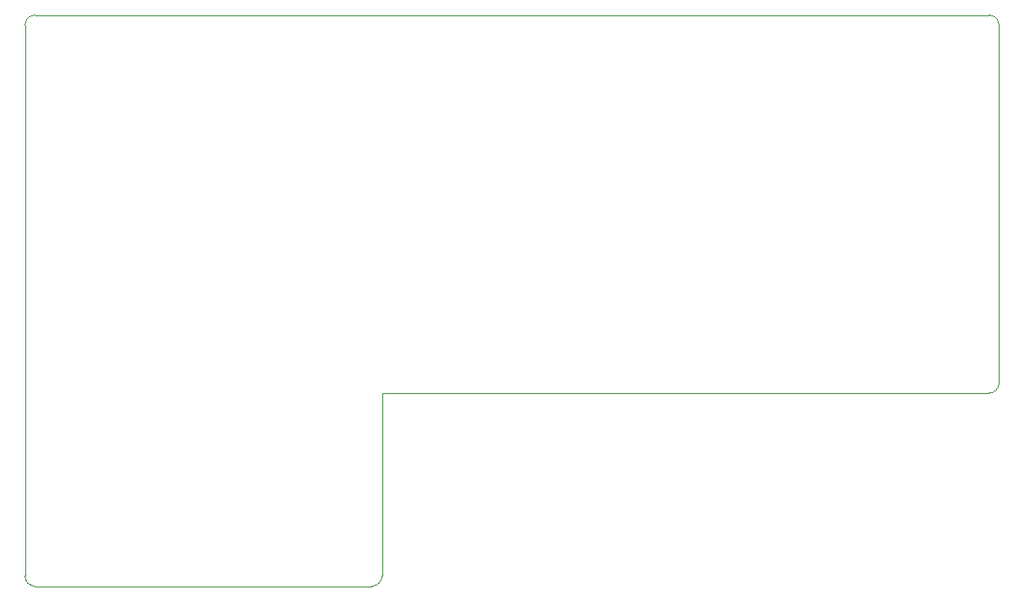
<source format=gm1>
G04 #@! TF.GenerationSoftware,KiCad,Pcbnew,7.0.1*
G04 #@! TF.CreationDate,2023-08-25T16:41:33+03:00*
G04 #@! TF.ProjectId,ssd2828_board,73736432-3832-4385-9f62-6f6172642e6b,rev?*
G04 #@! TF.SameCoordinates,Original*
G04 #@! TF.FileFunction,Profile,NP*
%FSLAX46Y46*%
G04 Gerber Fmt 4.6, Leading zero omitted, Abs format (unit mm)*
G04 Created by KiCad (PCBNEW 7.0.1) date 2023-08-25 16:41:33*
%MOMM*%
%LPD*%
G01*
G04 APERTURE LIST*
G04 #@! TA.AperFunction,Profile*
%ADD10C,0.100000*%
G04 #@! TD*
G04 APERTURE END LIST*
D10*
X142001800Y-86546901D02*
X85169501Y-86546901D01*
X85169501Y-103657400D02*
X85169501Y-86546901D01*
X52676299Y-104622600D02*
X84202650Y-104622600D01*
X51711099Y-85581701D02*
X51711099Y-103657400D01*
X84204302Y-104622600D02*
G75*
G03*
X85169501Y-103657401I-2J965201D01*
G01*
X51711099Y-103657400D02*
G75*
G03*
X52676299Y-104622600I965202J2D01*
G01*
X142001800Y-86546900D02*
G75*
G03*
X142967000Y-85581701I0J965200D01*
G01*
X52676299Y-51116999D02*
G75*
G03*
X51711099Y-52082200I1J-965201D01*
G01*
X142967000Y-52078899D02*
X142967000Y-85581701D01*
X52676299Y-51117000D02*
X142001800Y-51113699D01*
X51711099Y-85581701D02*
X51711099Y-52082200D01*
X142967001Y-52078899D02*
G75*
G03*
X142001800Y-51113699I-965201J-1D01*
G01*
M02*

</source>
